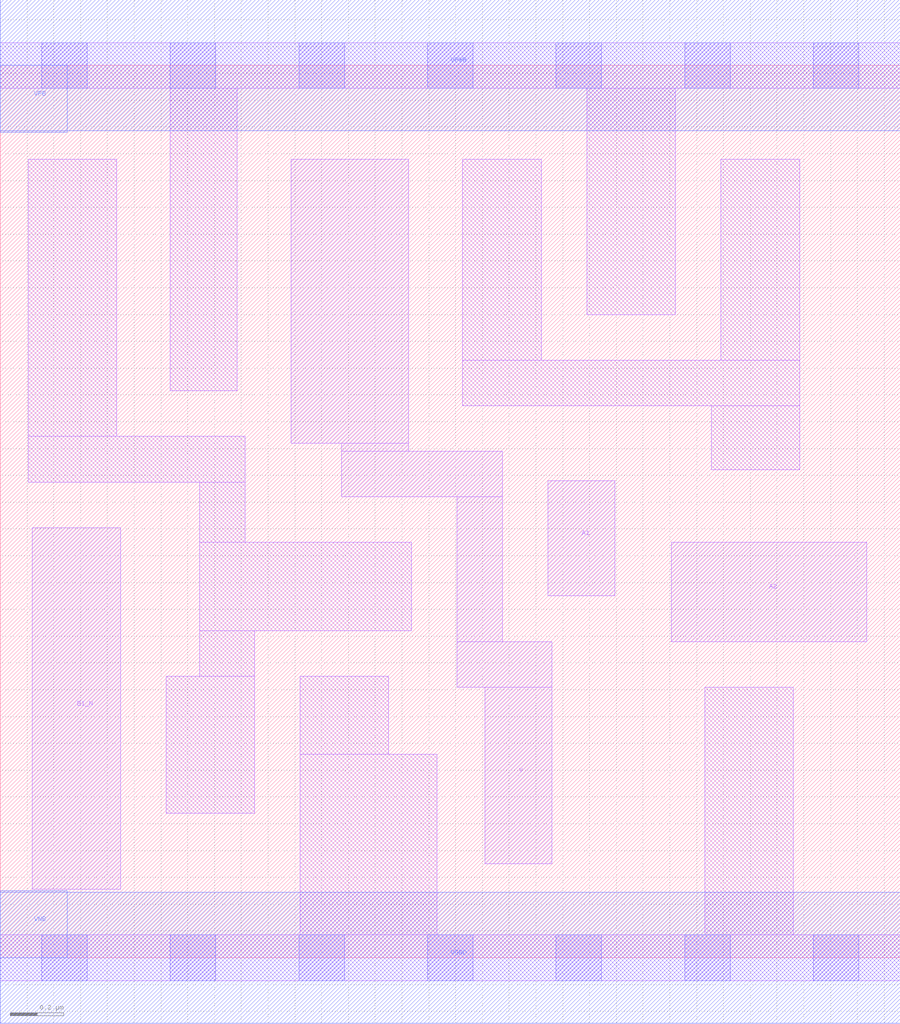
<source format=lef>
# Copyright 2020 The SkyWater PDK Authors
#
# Licensed under the Apache License, Version 2.0 (the "License");
# you may not use this file except in compliance with the License.
# You may obtain a copy of the License at
#
#     https://www.apache.org/licenses/LICENSE-2.0
#
# Unless required by applicable law or agreed to in writing, software
# distributed under the License is distributed on an "AS IS" BASIS,
# WITHOUT WARRANTIES OR CONDITIONS OF ANY KIND, either express or implied.
# See the License for the specific language governing permissions and
# limitations under the License.
#
# SPDX-License-Identifier: Apache-2.0

VERSION 5.5 ;
NAMESCASESENSITIVE ON ;
BUSBITCHARS "[]" ;
DIVIDERCHAR "/" ;
MACRO sky130_fd_sc_hs__a21boi_1
  CLASS CORE ;
  SOURCE USER ;
  ORIGIN  0.000000  0.000000 ;
  SIZE  3.360000 BY  3.330000 ;
  SYMMETRY X Y ;
  SITE unit ;
  PIN A1
    ANTENNAGATEAREA  0.279000 ;
    DIRECTION INPUT ;
    USE SIGNAL ;
    PORT
      LAYER li1 ;
        RECT 2.045000 1.350000 2.295000 1.780000 ;
    END
  END A1
  PIN A2
    ANTENNAGATEAREA  0.279000 ;
    DIRECTION INPUT ;
    USE SIGNAL ;
    PORT
      LAYER li1 ;
        RECT 2.505000 1.180000 3.235000 1.550000 ;
    END
  END A2
  PIN B1_N
    ANTENNAGATEAREA  0.208000 ;
    DIRECTION INPUT ;
    USE SIGNAL ;
    PORT
      LAYER li1 ;
        RECT 0.120000 0.255000 0.450000 1.605000 ;
    END
  END B1_N
  PIN Y
    ANTENNADIFFAREA  0.515200 ;
    DIRECTION OUTPUT ;
    USE SIGNAL ;
    PORT
      LAYER li1 ;
        RECT 1.085000 1.920000 1.525000 2.980000 ;
        RECT 1.275000 1.720000 1.875000 1.890000 ;
        RECT 1.275000 1.890000 1.525000 1.920000 ;
        RECT 1.705000 1.010000 2.060000 1.180000 ;
        RECT 1.705000 1.180000 1.875000 1.720000 ;
        RECT 1.810000 0.350000 2.060000 1.010000 ;
    END
  END Y
  PIN VGND
    DIRECTION INOUT ;
    USE GROUND ;
    PORT
      LAYER met1 ;
        RECT 0.000000 -0.245000 3.360000 0.245000 ;
    END
  END VGND
  PIN VNB
    DIRECTION INOUT ;
    USE GROUND ;
    PORT
      LAYER met1 ;
        RECT 0.000000 0.000000 0.250000 0.250000 ;
    END
  END VNB
  PIN VPB
    DIRECTION INOUT ;
    USE POWER ;
    PORT
      LAYER met1 ;
        RECT 0.000000 3.080000 0.250000 3.330000 ;
    END
  END VPB
  PIN VPWR
    DIRECTION INOUT ;
    USE POWER ;
    PORT
      LAYER met1 ;
        RECT 0.000000 3.085000 3.360000 3.575000 ;
    END
  END VPWR
  OBS
    LAYER li1 ;
      RECT 0.000000 -0.085000 3.360000 0.085000 ;
      RECT 0.000000  3.245000 3.360000 3.415000 ;
      RECT 0.105000  1.775000 0.915000 1.945000 ;
      RECT 0.105000  1.945000 0.435000 2.980000 ;
      RECT 0.620000  0.540000 0.950000 1.050000 ;
      RECT 0.635000  2.115000 0.885000 3.245000 ;
      RECT 0.745000  1.050000 0.950000 1.220000 ;
      RECT 0.745000  1.220000 1.535000 1.550000 ;
      RECT 0.745000  1.550000 0.915000 1.775000 ;
      RECT 1.120000  0.085000 1.630000 0.760000 ;
      RECT 1.120000  0.760000 1.450000 1.050000 ;
      RECT 1.725000  2.060000 2.985000 2.230000 ;
      RECT 1.725000  2.230000 2.020000 2.980000 ;
      RECT 2.190000  2.400000 2.520000 3.245000 ;
      RECT 2.630000  0.085000 2.960000 1.010000 ;
      RECT 2.655000  1.820000 2.985000 2.060000 ;
      RECT 2.690000  2.230000 2.985000 2.980000 ;
    LAYER mcon ;
      RECT 0.155000 -0.085000 0.325000 0.085000 ;
      RECT 0.155000  3.245000 0.325000 3.415000 ;
      RECT 0.635000 -0.085000 0.805000 0.085000 ;
      RECT 0.635000  3.245000 0.805000 3.415000 ;
      RECT 1.115000 -0.085000 1.285000 0.085000 ;
      RECT 1.115000  3.245000 1.285000 3.415000 ;
      RECT 1.595000 -0.085000 1.765000 0.085000 ;
      RECT 1.595000  3.245000 1.765000 3.415000 ;
      RECT 2.075000 -0.085000 2.245000 0.085000 ;
      RECT 2.075000  3.245000 2.245000 3.415000 ;
      RECT 2.555000 -0.085000 2.725000 0.085000 ;
      RECT 2.555000  3.245000 2.725000 3.415000 ;
      RECT 3.035000 -0.085000 3.205000 0.085000 ;
      RECT 3.035000  3.245000 3.205000 3.415000 ;
  END
END sky130_fd_sc_hs__a21boi_1
END LIBRARY

</source>
